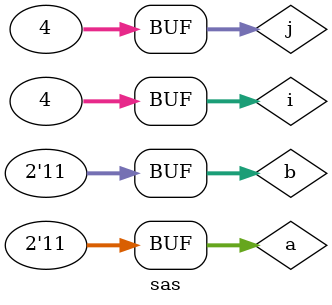
<source format=v>
`timescale 1ns / 1ps


module sas;

	// Inputs
	reg [1:0] a;
	reg [1:0] b;

	// Outputs
	wire [2:0] y;

	// Instantiate the Unit Under Test (UUT)
	Laby7sumator_tb uut (
		.a(a), 
		.b(b), 
		.y(y)
	);

	integer i=0,j=0;
initial begin
for( i=0; i<4; i=i+1 ) begin
for( j=0; j<4; j=j+1 ) begin
a = i; b = j; #10;
end
end
	end
      
endmodule


</source>
